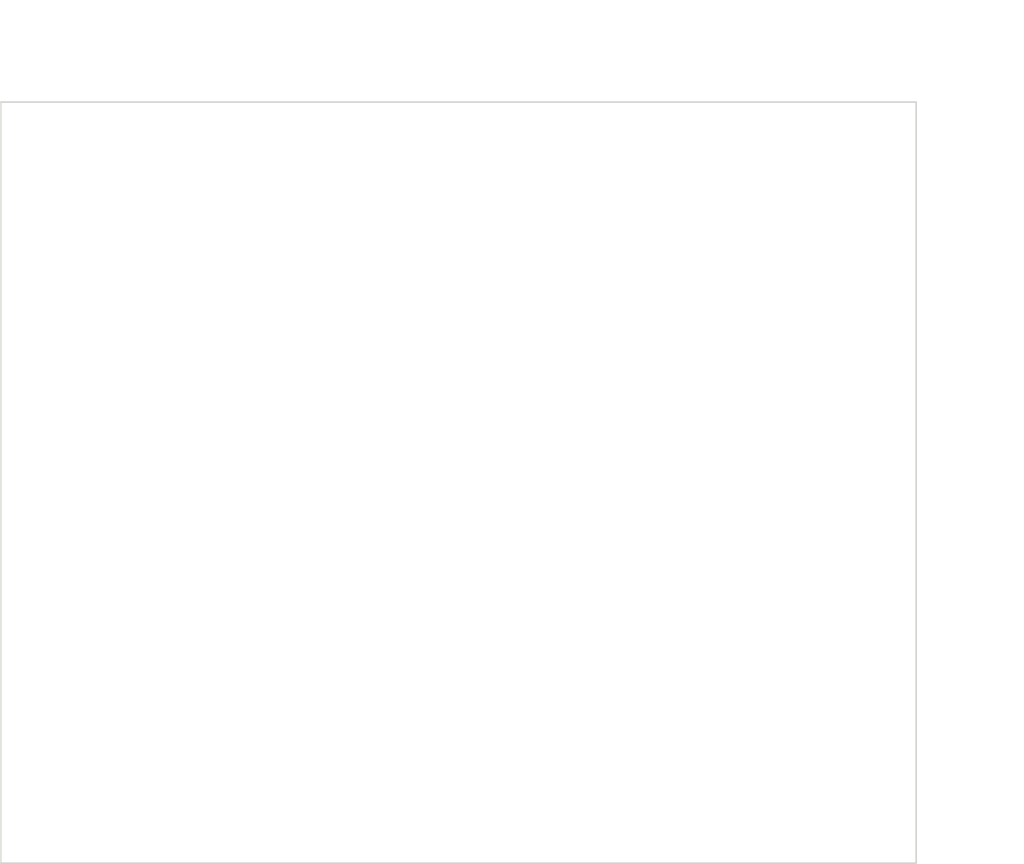
<source format=kicad_pcb>
(kicad_pcb (version 20171130) (host pcbnew "(5.1.0)-1")

  (general
    (thickness 1.6)
    (drawings 16)
    (tracks 0)
    (zones 0)
    (modules 0)
    (nets 1)
  )

  (page A4)
  (layers
    (0 F.Cu signal)
    (31 B.Cu signal)
    (32 B.Adhes user)
    (33 F.Adhes user)
    (34 B.Paste user)
    (35 F.Paste user)
    (36 B.SilkS user)
    (37 F.SilkS user)
    (38 B.Mask user)
    (39 F.Mask user)
    (40 Dwgs.User user)
    (41 Cmts.User user)
    (42 Eco1.User user)
    (43 Eco2.User user)
    (44 Edge.Cuts user)
    (45 Margin user)
    (46 B.CrtYd user)
    (47 F.CrtYd user)
    (48 B.Fab user)
    (49 F.Fab user)
  )

  (setup
    (last_trace_width 0.25)
    (trace_clearance 0.2)
    (zone_clearance 0.508)
    (zone_45_only no)
    (trace_min 0.2)
    (via_size 0.8)
    (via_drill 0.4)
    (via_min_size 0.4)
    (via_min_drill 0.3)
    (uvia_size 0.3)
    (uvia_drill 0.1)
    (uvias_allowed no)
    (uvia_min_size 0.2)
    (uvia_min_drill 0.1)
    (edge_width 0.05)
    (segment_width 0.2)
    (pcb_text_width 0.3)
    (pcb_text_size 1.5 1.5)
    (mod_edge_width 0.12)
    (mod_text_size 1 1)
    (mod_text_width 0.15)
    (pad_size 1.524 1.524)
    (pad_drill 0.762)
    (pad_to_mask_clearance 0.051)
    (solder_mask_min_width 0.25)
    (aux_axis_origin 0 0)
    (visible_elements FFFFFF7F)
    (pcbplotparams
      (layerselection 0x010fc_ffffffff)
      (usegerberextensions false)
      (usegerberattributes false)
      (usegerberadvancedattributes false)
      (creategerberjobfile false)
      (excludeedgelayer true)
      (linewidth 0.152400)
      (plotframeref false)
      (viasonmask false)
      (mode 1)
      (useauxorigin false)
      (hpglpennumber 1)
      (hpglpenspeed 20)
      (hpglpendiameter 15.000000)
      (psnegative false)
      (psa4output false)
      (plotreference true)
      (plotvalue true)
      (plotinvisibletext false)
      (padsonsilk false)
      (subtractmaskfromsilk false)
      (outputformat 1)
      (mirror false)
      (drillshape 1)
      (scaleselection 1)
      (outputdirectory ""))
  )

  (net 0 "")

  (net_class Default "This is the default net class."
    (clearance 0.2)
    (trace_width 0.25)
    (via_dia 0.8)
    (via_drill 0.4)
    (uvia_dia 0.3)
    (uvia_drill 0.1)
  )

  (gr_line (start 210.012617 142.926961) (end 210.012617 43.926961) (layer Edge.Cuts) (width 0.2))
  (gr_line (start 210.012617 43.926961) (end 91.012617 43.926961) (layer Edge.Cuts) (width 0.2))
  (gr_line (start 91.012617 43.926961) (end 91.012617 142.926961) (layer Edge.Cuts) (width 0.2))
  (gr_line (start 91.012617 142.926961) (end 210.012617 142.926961) (layer Edge.Cuts) (width 0.2))
  (gr_text [3.90] (at 220.012617 115.066422) (layer Dwgs.User)
    (effects (font (size 1.7 1.53) (thickness 0.2125)))
  )
  (gr_text " 99.00" (at 220.012617 111.508987) (layer Dwgs.User)
    (effects (font (size 1.7 1.53) (thickness 0.2125)))
  )
  (gr_line (start 220.012617 45.926961) (end 220.012617 109.619525) (layer Dwgs.User) (width 0.2))
  (gr_line (start 220.012617 140.926961) (end 220.012617 116.734396) (layer Dwgs.User) (width 0.2))
  (gr_line (start 211.012617 43.926961) (end 223.187617 43.926961) (layer Dwgs.User) (width 0.2))
  (gr_line (start 211.012617 142.926961) (end 223.187617 142.926961) (layer Dwgs.User) (width 0.2))
  (gr_text [4.69] (at 170.512617 35.816422) (layer Dwgs.User)
    (effects (font (size 1.7 1.53) (thickness 0.2125)))
  )
  (gr_text " 119.00" (at 170.512617 32.258987) (layer Dwgs.User)
    (effects (font (size 1.7 1.53) (thickness 0.2125)))
  )
  (gr_line (start 93.012617 33.926961) (end 165.807604 33.926961) (layer Dwgs.User) (width 0.2))
  (gr_line (start 208.012617 33.926961) (end 175.217631 33.926961) (layer Dwgs.User) (width 0.2))
  (gr_line (start 91.012617 42.926961) (end 91.012617 30.751961) (layer Dwgs.User) (width 0.2))
  (gr_line (start 210.012617 42.926961) (end 210.012617 30.751961) (layer Dwgs.User) (width 0.2))

)

</source>
